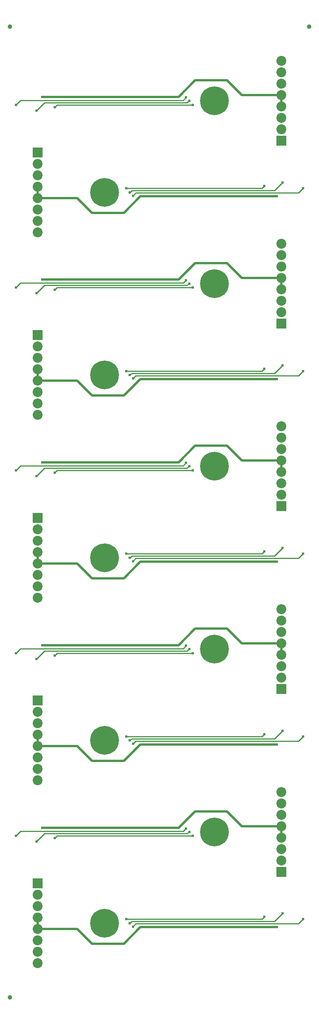
<source format=gbl>
G04 #@! TF.GenerationSoftware,KiCad,Pcbnew,6.0.2+dfsg-1*
G04 #@! TF.CreationDate,2024-07-01T09:46:04-06:00*
G04 #@! TF.ProjectId,ckt-signal-2x-array,636b742d-7369-4676-9e61-6c2d32782d61,rev?*
G04 #@! TF.SameCoordinates,Original*
G04 #@! TF.FileFunction,Copper,L2,Bot*
G04 #@! TF.FilePolarity,Positive*
%FSLAX46Y46*%
G04 Gerber Fmt 4.6, Leading zero omitted, Abs format (unit mm)*
G04 Created by KiCad (PCBNEW 6.0.2+dfsg-1) date 2024-07-01 09:46:04*
%MOMM*%
%LPD*%
G01*
G04 APERTURE LIST*
G04 #@! TA.AperFunction,ComponentPad*
%ADD10C,6.400000*%
G04 #@! TD*
G04 #@! TA.AperFunction,ComponentPad*
%ADD11R,2.200000X2.200000*%
G04 #@! TD*
G04 #@! TA.AperFunction,ComponentPad*
%ADD12C,2.200000*%
G04 #@! TD*
G04 #@! TA.AperFunction,SMDPad,CuDef*
%ADD13C,1.000000*%
G04 #@! TD*
G04 #@! TA.AperFunction,ViaPad*
%ADD14C,0.609600*%
G04 #@! TD*
G04 #@! TA.AperFunction,Conductor*
%ADD15C,0.508000*%
G04 #@! TD*
G04 #@! TA.AperFunction,Conductor*
%ADD16C,0.254000*%
G04 #@! TD*
G04 APERTURE END LIST*
D10*
X160755500Y-201813200D03*
X160755500Y-161122400D03*
X160755500Y-79740800D03*
D11*
X121385500Y-50505400D03*
D12*
X121385500Y-53045400D03*
X121385500Y-55585400D03*
X121385500Y-58125400D03*
X121385500Y-60665400D03*
X121385500Y-63205400D03*
X121385500Y-65745400D03*
X121385500Y-68285400D03*
D10*
X160755500Y-120431600D03*
D11*
X121385500Y-213268600D03*
D12*
X121385500Y-215808600D03*
X121385500Y-218348600D03*
X121385500Y-220888600D03*
X121385500Y-223428600D03*
X121385500Y-225968600D03*
X121385500Y-228508600D03*
X121385500Y-231048600D03*
D11*
X121385500Y-131887000D03*
D12*
X121385500Y-134427000D03*
X121385500Y-136967000D03*
X121385500Y-139507000D03*
X121385500Y-142047000D03*
X121385500Y-144587000D03*
X121385500Y-147127000D03*
X121385500Y-149667000D03*
D11*
X175614500Y-210703200D03*
D12*
X175614500Y-208163200D03*
X175614500Y-205623200D03*
X175614500Y-203083200D03*
X175614500Y-200543200D03*
X175614500Y-198003200D03*
X175614500Y-195463200D03*
X175614500Y-192923200D03*
D11*
X121385500Y-91196200D03*
D12*
X121385500Y-93736200D03*
X121385500Y-96276200D03*
X121385500Y-98816200D03*
X121385500Y-101356200D03*
X121385500Y-103896200D03*
X121385500Y-106436200D03*
X121385500Y-108976200D03*
D10*
X160755500Y-39050000D03*
X136244500Y-222158600D03*
X136244500Y-100086200D03*
D11*
X175614500Y-47940000D03*
D12*
X175614500Y-45400000D03*
X175614500Y-42860000D03*
X175614500Y-40320000D03*
X175614500Y-37780000D03*
X175614500Y-35240000D03*
X175614500Y-32700000D03*
X175614500Y-30160000D03*
D11*
X175614500Y-129321600D03*
D12*
X175614500Y-126781600D03*
X175614500Y-124241600D03*
X175614500Y-121701600D03*
X175614500Y-119161600D03*
X175614500Y-116621600D03*
X175614500Y-114081600D03*
X175614500Y-111541600D03*
D11*
X175614500Y-88630800D03*
D12*
X175614500Y-86090800D03*
X175614500Y-83550800D03*
X175614500Y-81010800D03*
X175614500Y-78470800D03*
X175614500Y-75930800D03*
X175614500Y-73390800D03*
X175614500Y-70850800D03*
D11*
X121385500Y-172577800D03*
D12*
X121385500Y-175117800D03*
X121385500Y-177657800D03*
X121385500Y-180197800D03*
X121385500Y-182737800D03*
X121385500Y-185277800D03*
X121385500Y-187817800D03*
X121385500Y-190357800D03*
D10*
X136244500Y-59395400D03*
X136244500Y-181467800D03*
X136244500Y-140777000D03*
D11*
X175614500Y-170012400D03*
D12*
X175614500Y-167472400D03*
X175614500Y-164932400D03*
X175614500Y-162392400D03*
X175614500Y-159852400D03*
X175614500Y-157312400D03*
X175614500Y-154772400D03*
X175614500Y-152232400D03*
D13*
X181837500Y-22540000D03*
X115162500Y-22540000D03*
X115162500Y-238668600D03*
D14*
X137260500Y-38161000D03*
X122401500Y-38161000D03*
X125195500Y-40447000D03*
X155929500Y-39939000D03*
X121131500Y-41209000D03*
X155167500Y-39050000D03*
X154405500Y-38288000D03*
X116559500Y-39939000D03*
X159739500Y-60284400D03*
X174598500Y-60284400D03*
X171804500Y-57998400D03*
X141070500Y-58506400D03*
X175868500Y-57236400D03*
X141832500Y-59395400D03*
X142594500Y-60157400D03*
X180440500Y-58506400D03*
X137260500Y-78851800D03*
X122401500Y-78851800D03*
X125195500Y-81137800D03*
X155929500Y-80629800D03*
X121131500Y-81899800D03*
X155167500Y-79740800D03*
X154405500Y-78978800D03*
X116559500Y-80629800D03*
X159739500Y-100975200D03*
X174598500Y-100975200D03*
X171804500Y-98689200D03*
X141070500Y-99197200D03*
X175868500Y-97927200D03*
X141832500Y-100086200D03*
X142594500Y-100848200D03*
X180440500Y-99197200D03*
X137260500Y-119542600D03*
X122401500Y-119542600D03*
X125195500Y-121828600D03*
X155929500Y-121320600D03*
X121131500Y-122590600D03*
X155167500Y-120431600D03*
X154405500Y-119669600D03*
X116559500Y-121320600D03*
X159739500Y-141666000D03*
X174598500Y-141666000D03*
X171804500Y-139380000D03*
X141070500Y-139888000D03*
X175868500Y-138618000D03*
X141832500Y-140777000D03*
X142594500Y-141539000D03*
X180440500Y-139888000D03*
X137260500Y-160233400D03*
X122401500Y-160233400D03*
X125195500Y-162519400D03*
X155929500Y-162011400D03*
X121131500Y-163281400D03*
X155167500Y-161122400D03*
X154405500Y-160360400D03*
X116559500Y-162011400D03*
X159739500Y-182356800D03*
X174598500Y-182356800D03*
X171804500Y-180070800D03*
X141070500Y-180578800D03*
X175868500Y-179308800D03*
X141832500Y-181467800D03*
X142594500Y-182229800D03*
X180440500Y-180578800D03*
X137260500Y-200924200D03*
X122401500Y-200924200D03*
X125195500Y-203210200D03*
X155929500Y-202702200D03*
X121131500Y-203972200D03*
X155167500Y-201813200D03*
X154405500Y-201051200D03*
X116559500Y-202702200D03*
X159739500Y-223047600D03*
X174598500Y-223047600D03*
X171804500Y-220761600D03*
X141070500Y-221269600D03*
X175868500Y-219999600D03*
X141832500Y-222158600D03*
X142594500Y-222920600D03*
X180440500Y-221269600D03*
D15*
X175614500Y-40320000D02*
X175614500Y-37780000D01*
X163549500Y-34478000D02*
X156437500Y-34478000D01*
X175614500Y-37780000D02*
X166851500Y-37780000D01*
X166851500Y-37780000D02*
X163549500Y-34478000D01*
X152754500Y-38161000D02*
X137260500Y-38161000D01*
X137260500Y-38161000D02*
X122401500Y-38161000D01*
X156437500Y-34478000D02*
X152754500Y-38161000D01*
D16*
X127965158Y-39939000D02*
X125703500Y-39939000D01*
X155929500Y-39939000D02*
X127965158Y-39939000D01*
X125703500Y-39939000D02*
X125195500Y-40447000D01*
X155040500Y-39050000D02*
X154659500Y-39431000D01*
X154659500Y-39431000D02*
X127862500Y-39431000D01*
X122909500Y-39431000D02*
X121131500Y-41209000D01*
X127862500Y-39431000D02*
X122909500Y-39431000D01*
X155167500Y-39050000D02*
X155040500Y-39050000D01*
X117575500Y-38923000D02*
X116559500Y-39939000D01*
X154405500Y-38288000D02*
X153770500Y-38923000D01*
X153770500Y-38923000D02*
X127862500Y-38923000D01*
X127862500Y-38923000D02*
X117575500Y-38923000D01*
D15*
X121385500Y-58125400D02*
X121385500Y-60665400D01*
X133450500Y-63967400D02*
X140562500Y-63967400D01*
X121385500Y-60665400D02*
X130148500Y-60665400D01*
X130148500Y-60665400D02*
X133450500Y-63967400D01*
X144245500Y-60284400D02*
X159739500Y-60284400D01*
X159739500Y-60284400D02*
X174598500Y-60284400D01*
X140562500Y-63967400D02*
X144245500Y-60284400D01*
D16*
X169034842Y-58506400D02*
X171296500Y-58506400D01*
X141070500Y-58506400D02*
X169034842Y-58506400D01*
X171296500Y-58506400D02*
X171804500Y-57998400D01*
X141959500Y-59395400D02*
X142340500Y-59014400D01*
X142340500Y-59014400D02*
X169137500Y-59014400D01*
X174090500Y-59014400D02*
X175868500Y-57236400D01*
X169137500Y-59014400D02*
X174090500Y-59014400D01*
X141832500Y-59395400D02*
X141959500Y-59395400D01*
X179424500Y-59522400D02*
X180440500Y-58506400D01*
X142594500Y-60157400D02*
X143229500Y-59522400D01*
X143229500Y-59522400D02*
X169137500Y-59522400D01*
X169137500Y-59522400D02*
X179424500Y-59522400D01*
D15*
X175614500Y-81010800D02*
X175614500Y-78470800D01*
X163549500Y-75168800D02*
X156437500Y-75168800D01*
X175614500Y-78470800D02*
X166851500Y-78470800D01*
X166851500Y-78470800D02*
X163549500Y-75168800D01*
X152754500Y-78851800D02*
X137260500Y-78851800D01*
X137260500Y-78851800D02*
X122401500Y-78851800D01*
X156437500Y-75168800D02*
X152754500Y-78851800D01*
D16*
X127965158Y-80629800D02*
X125703500Y-80629800D01*
X155929500Y-80629800D02*
X127965158Y-80629800D01*
X125703500Y-80629800D02*
X125195500Y-81137800D01*
X155040500Y-79740800D02*
X154659500Y-80121800D01*
X154659500Y-80121800D02*
X127862500Y-80121800D01*
X122909500Y-80121800D02*
X121131500Y-81899800D01*
X127862500Y-80121800D02*
X122909500Y-80121800D01*
X155167500Y-79740800D02*
X155040500Y-79740800D01*
X117575500Y-79613800D02*
X116559500Y-80629800D01*
X154405500Y-78978800D02*
X153770500Y-79613800D01*
X153770500Y-79613800D02*
X127862500Y-79613800D01*
X127862500Y-79613800D02*
X117575500Y-79613800D01*
D15*
X121385500Y-98816200D02*
X121385500Y-101356200D01*
X133450500Y-104658200D02*
X140562500Y-104658200D01*
X121385500Y-101356200D02*
X130148500Y-101356200D01*
X130148500Y-101356200D02*
X133450500Y-104658200D01*
X144245500Y-100975200D02*
X159739500Y-100975200D01*
X159739500Y-100975200D02*
X174598500Y-100975200D01*
X140562500Y-104658200D02*
X144245500Y-100975200D01*
D16*
X169034842Y-99197200D02*
X171296500Y-99197200D01*
X141070500Y-99197200D02*
X169034842Y-99197200D01*
X171296500Y-99197200D02*
X171804500Y-98689200D01*
X141959500Y-100086200D02*
X142340500Y-99705200D01*
X142340500Y-99705200D02*
X169137500Y-99705200D01*
X174090500Y-99705200D02*
X175868500Y-97927200D01*
X169137500Y-99705200D02*
X174090500Y-99705200D01*
X141832500Y-100086200D02*
X141959500Y-100086200D01*
X179424500Y-100213200D02*
X180440500Y-99197200D01*
X142594500Y-100848200D02*
X143229500Y-100213200D01*
X143229500Y-100213200D02*
X169137500Y-100213200D01*
X169137500Y-100213200D02*
X179424500Y-100213200D01*
D15*
X175614500Y-121701600D02*
X175614500Y-119161600D01*
X163549500Y-115859600D02*
X156437500Y-115859600D01*
X175614500Y-119161600D02*
X166851500Y-119161600D01*
X166851500Y-119161600D02*
X163549500Y-115859600D01*
X152754500Y-119542600D02*
X137260500Y-119542600D01*
X137260500Y-119542600D02*
X122401500Y-119542600D01*
X156437500Y-115859600D02*
X152754500Y-119542600D01*
D16*
X127965158Y-121320600D02*
X125703500Y-121320600D01*
X155929500Y-121320600D02*
X127965158Y-121320600D01*
X125703500Y-121320600D02*
X125195500Y-121828600D01*
X155040500Y-120431600D02*
X154659500Y-120812600D01*
X154659500Y-120812600D02*
X127862500Y-120812600D01*
X122909500Y-120812600D02*
X121131500Y-122590600D01*
X127862500Y-120812600D02*
X122909500Y-120812600D01*
X155167500Y-120431600D02*
X155040500Y-120431600D01*
X117575500Y-120304600D02*
X116559500Y-121320600D01*
X154405500Y-119669600D02*
X153770500Y-120304600D01*
X153770500Y-120304600D02*
X127862500Y-120304600D01*
X127862500Y-120304600D02*
X117575500Y-120304600D01*
D15*
X121385500Y-139507000D02*
X121385500Y-142047000D01*
X133450500Y-145349000D02*
X140562500Y-145349000D01*
X121385500Y-142047000D02*
X130148500Y-142047000D01*
X130148500Y-142047000D02*
X133450500Y-145349000D01*
X144245500Y-141666000D02*
X159739500Y-141666000D01*
X159739500Y-141666000D02*
X174598500Y-141666000D01*
X140562500Y-145349000D02*
X144245500Y-141666000D01*
D16*
X169034842Y-139888000D02*
X171296500Y-139888000D01*
X141070500Y-139888000D02*
X169034842Y-139888000D01*
X171296500Y-139888000D02*
X171804500Y-139380000D01*
X141959500Y-140777000D02*
X142340500Y-140396000D01*
X142340500Y-140396000D02*
X169137500Y-140396000D01*
X174090500Y-140396000D02*
X175868500Y-138618000D01*
X169137500Y-140396000D02*
X174090500Y-140396000D01*
X141832500Y-140777000D02*
X141959500Y-140777000D01*
X179424500Y-140904000D02*
X180440500Y-139888000D01*
X142594500Y-141539000D02*
X143229500Y-140904000D01*
X143229500Y-140904000D02*
X169137500Y-140904000D01*
X169137500Y-140904000D02*
X179424500Y-140904000D01*
D15*
X175614500Y-162392400D02*
X175614500Y-159852400D01*
X163549500Y-156550400D02*
X156437500Y-156550400D01*
X175614500Y-159852400D02*
X166851500Y-159852400D01*
X166851500Y-159852400D02*
X163549500Y-156550400D01*
X152754500Y-160233400D02*
X137260500Y-160233400D01*
X137260500Y-160233400D02*
X122401500Y-160233400D01*
X156437500Y-156550400D02*
X152754500Y-160233400D01*
D16*
X127965158Y-162011400D02*
X125703500Y-162011400D01*
X155929500Y-162011400D02*
X127965158Y-162011400D01*
X125703500Y-162011400D02*
X125195500Y-162519400D01*
X155040500Y-161122400D02*
X154659500Y-161503400D01*
X154659500Y-161503400D02*
X127862500Y-161503400D01*
X122909500Y-161503400D02*
X121131500Y-163281400D01*
X127862500Y-161503400D02*
X122909500Y-161503400D01*
X155167500Y-161122400D02*
X155040500Y-161122400D01*
X117575500Y-160995400D02*
X116559500Y-162011400D01*
X154405500Y-160360400D02*
X153770500Y-160995400D01*
X153770500Y-160995400D02*
X127862500Y-160995400D01*
X127862500Y-160995400D02*
X117575500Y-160995400D01*
D15*
X121385500Y-180197800D02*
X121385500Y-182737800D01*
X133450500Y-186039800D02*
X140562500Y-186039800D01*
X121385500Y-182737800D02*
X130148500Y-182737800D01*
X130148500Y-182737800D02*
X133450500Y-186039800D01*
X144245500Y-182356800D02*
X159739500Y-182356800D01*
X159739500Y-182356800D02*
X174598500Y-182356800D01*
X140562500Y-186039800D02*
X144245500Y-182356800D01*
D16*
X169034842Y-180578800D02*
X171296500Y-180578800D01*
X141070500Y-180578800D02*
X169034842Y-180578800D01*
X171296500Y-180578800D02*
X171804500Y-180070800D01*
X141959500Y-181467800D02*
X142340500Y-181086800D01*
X142340500Y-181086800D02*
X169137500Y-181086800D01*
X174090500Y-181086800D02*
X175868500Y-179308800D01*
X169137500Y-181086800D02*
X174090500Y-181086800D01*
X141832500Y-181467800D02*
X141959500Y-181467800D01*
X179424500Y-181594800D02*
X180440500Y-180578800D01*
X142594500Y-182229800D02*
X143229500Y-181594800D01*
X143229500Y-181594800D02*
X169137500Y-181594800D01*
X169137500Y-181594800D02*
X179424500Y-181594800D01*
D15*
X175614500Y-203083200D02*
X175614500Y-200543200D01*
X163549500Y-197241200D02*
X156437500Y-197241200D01*
X175614500Y-200543200D02*
X166851500Y-200543200D01*
X166851500Y-200543200D02*
X163549500Y-197241200D01*
X152754500Y-200924200D02*
X137260500Y-200924200D01*
X137260500Y-200924200D02*
X122401500Y-200924200D01*
X156437500Y-197241200D02*
X152754500Y-200924200D01*
D16*
X127965158Y-202702200D02*
X125703500Y-202702200D01*
X155929500Y-202702200D02*
X127965158Y-202702200D01*
X125703500Y-202702200D02*
X125195500Y-203210200D01*
X155040500Y-201813200D02*
X154659500Y-202194200D01*
X154659500Y-202194200D02*
X127862500Y-202194200D01*
X122909500Y-202194200D02*
X121131500Y-203972200D01*
X127862500Y-202194200D02*
X122909500Y-202194200D01*
X155167500Y-201813200D02*
X155040500Y-201813200D01*
X117575500Y-201686200D02*
X116559500Y-202702200D01*
X154405500Y-201051200D02*
X153770500Y-201686200D01*
X153770500Y-201686200D02*
X127862500Y-201686200D01*
X127862500Y-201686200D02*
X117575500Y-201686200D01*
D15*
X121385500Y-220888600D02*
X121385500Y-223428600D01*
X133450500Y-226730600D02*
X140562500Y-226730600D01*
X121385500Y-223428600D02*
X130148500Y-223428600D01*
X130148500Y-223428600D02*
X133450500Y-226730600D01*
X144245500Y-223047600D02*
X159739500Y-223047600D01*
X159739500Y-223047600D02*
X174598500Y-223047600D01*
X140562500Y-226730600D02*
X144245500Y-223047600D01*
D16*
X169034842Y-221269600D02*
X171296500Y-221269600D01*
X141070500Y-221269600D02*
X169034842Y-221269600D01*
X171296500Y-221269600D02*
X171804500Y-220761600D01*
X141959500Y-222158600D02*
X142340500Y-221777600D01*
X142340500Y-221777600D02*
X169137500Y-221777600D01*
X174090500Y-221777600D02*
X175868500Y-219999600D01*
X169137500Y-221777600D02*
X174090500Y-221777600D01*
X141832500Y-222158600D02*
X141959500Y-222158600D01*
X179424500Y-222285600D02*
X180440500Y-221269600D01*
X142594500Y-222920600D02*
X143229500Y-222285600D01*
X143229500Y-222285600D02*
X169137500Y-222285600D01*
X169137500Y-222285600D02*
X179424500Y-222285600D01*
M02*

</source>
